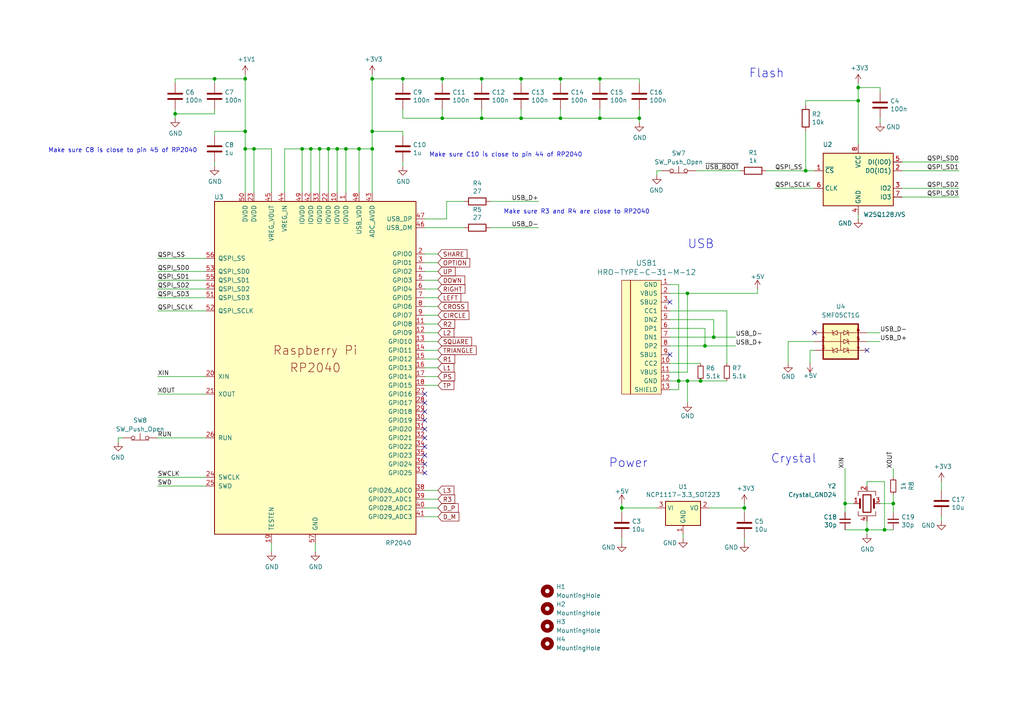
<source format=kicad_sch>
(kicad_sch (version 20230121) (generator eeschema)
  (paper "A4")
  (lib_symbols
    (symbol "Connector:USB_A" (pin_names (offset 1.016))
      (property "Reference" "J" (at -5.08 11.43 0))
      (property "Value" "USB_A" (at -5.08 8.89 0))
      (symbol "USB_A_1_1"
        (pin power_in line (at 7.62 5.08 180) (length 2.54) (name "VBUS") (number "1"))
        (pin bidirectional line (at 7.62 -2.54 180) (length 2.54) (name "D-") (number "2"))
        (pin bidirectional line (at 7.62 0 180) (length 2.54) (name "D+") (number "3"))
        (pin power_in line (at 0 -10.16 90) (length 2.54) (name "GND") (number "4"))
        (pin passive line (at -2.54 -10.16 90) (length 2.54) (name "Shield") (number "5"))
      )
    )
    (symbol "Device:C" (pin_numbers hide) (pin_names (offset 0.254))
      (property "Reference" "C" (at 0.635 2.54 0))
      (property "Value" "C" (at 0.635 -2.54 0))
      (symbol "C_1_1"
        (pin passive line (at 0 3.81 270) (length 2.794) (name "~") (number "1"))
        (pin passive line (at 0 -3.81 90) (length 2.794) (name "~") (number "2"))
      )
    )
    (symbol "Device:C_Small" (pin_numbers hide) (pin_names (offset 0.254) hide)
      (property "Reference" "C" (at 0.254 1.778 0))
      (property "Value" "C_Small" (at 0.254 -2.032 0))
      (symbol "C_Small_1_1"
        (pin passive line (at 0 2.54 270) (length 2.032) (name "~") (number "1"))
        (pin passive line (at 0 -2.54 90) (length 2.032) (name "~") (number "2"))
      )
    )
    (symbol "Device:Crystal_GND24" (pin_names (offset 1.016) hide)
      (property "Reference" "Y" (at 3.175 5.08 0))
      (property "Value" "Crystal_GND24" (at 3.175 3.175 0))
      (symbol "Crystal_GND24_1_1"
        (pin passive line (at -3.81 0 0) (length 1.27) (name "1") (number "1"))
        (pin passive line (at 0 5.08 270) (length 1.27) (name "2") (number "2"))
        (pin passive line (at 3.81 0 180) (length 1.27) (name "3") (number "3"))
        (pin passive line (at 0 -5.08 90) (length 1.27) (name "4") (number "4"))
      )
    )
    (symbol "Device:R" (pin_numbers hide) (pin_names (offset 0))
      (property "Reference" "R" (at 2.032 0 90))
      (property "Value" "R" (at 0 0 90))
      (symbol "R_1_1"
        (pin passive line (at 0 3.81 270) (length 1.27) (name "~") (number "1"))
        (pin passive line (at 0 -3.81 90) (length 1.27) (name "~") (number "2"))
      )
    )
    (symbol "Device:R_Small" (pin_numbers hide) (pin_names (offset 0.254) hide)
      (property "Reference" "R" (at 0.762 0.508 0))
      (property "Value" "R_Small" (at 0.762 -1.016 0))
      (symbol "R_Small_1_1"
        (pin passive line (at 0 2.54 270) (length 0.762) (name "~") (number "1"))
        (pin passive line (at 0 -2.54 90) (length 0.762) (name "~") (number "2"))
      )
    )
    (symbol "MCU_RaspberryPi_RP2040:RP2040" (pin_names (offset 1.016))
      (property "Reference" "U" (at -29.21 49.53 0))
      (property "Value" "RP2040" (at 24.13 -49.53 0))
      (symbol "RP2040_0_0"
        (text "Raspberry Pi" (at 0 5.08 0) (effects (font (size 2.54 2.54))))
        (text "RP2040" (at 0 0 0) (effects (font (size 2.54 2.54))))
      )
      (symbol "RP2040_1_1"
        (pin power_in line (at 8.89 50.8 270) (length 2.54) (name "IOVDD") (number "1"))
        (pin power_in line (at 6.35 50.8 270) (length 2.54) (name "IOVDD") (number "10"))
        (pin bidirectional line (at 31.75 12.7 180) (length 2.54) (name "GPIO8") (number "11"))
        (pin bidirectional line (at 31.75 10.16 180) (length 2.54) (name "GPIO9") (number "12"))
        (pin bidirectional line (at 31.75 7.62 180) (length 2.54) (name "GPIO10") (number "13"))
        (pin bidirectional line (at 31.75 5.08 180) (length 2.54) (name "GPIO11") (number "14"))
        (pin bidirectional line (at 31.75 2.54 180) (length 2.54) (name "GPIO12") (number "15"))
        (pin bidirectional line (at 31.75 0 180) (length 2.54) (name "GPIO13") (number "16"))
        (pin bidirectional line (at 31.75 -2.54 180) (length 2.54) (name "GPIO14") (number "17"))
        (pin bidirectional line (at 31.75 -5.08 180) (length 2.54) (name "GPIO15") (number "18"))
        (pin passive line (at -12.7 -50.8 90) (length 2.54) (name "TESTEN") (number "19"))
        (pin bidirectional line (at 31.75 33.02 180) (length 2.54) (name "GPIO0") (number "2"))
        (pin input line (at -31.75 -2.54 0) (length 2.54) (name "XIN") (number "20"))
        (pin passive line (at -31.75 -7.62 0) (length 2.54) (name "XOUT") (number "21"))
        (pin power_in line (at 3.81 50.8 270) (length 2.54) (name "IOVDD") (number "22"))
        (pin power_in line (at -17.78 50.8 270) (length 2.54) (name "DVDD") (number "23"))
        (pin output line (at -31.75 -31.75 0) (length 2.54) (name "SWCLK") (number "24"))
        (pin bidirectional line (at -31.75 -34.29 0) (length 2.54) (name "SWD") (number "25"))
        (pin input line (at -31.75 -20.32 0) (length 2.54) (name "RUN") (number "26"))
        (pin bidirectional line (at 31.75 -7.62 180) (length 2.54) (name "GPIO16") (number "27"))
        (pin bidirectional line (at 31.75 -10.16 180) (length 2.54) (name "GPIO17") (number "28"))
        (pin bidirectional line (at 31.75 -12.7 180) (length 2.54) (name "GPIO18") (number "29"))
        (pin bidirectional line (at 31.75 30.48 180) (length 2.54) (name "GPIO1") (number "3"))
        (pin bidirectional line (at 31.75 -15.24 180) (length 2.54) (name "GPIO19") (number "30"))
        (pin bidirectional line (at 31.75 -17.78 180) (length 2.54) (name "GPIO20") (number "31"))
        (pin bidirectional line (at 31.75 -20.32 180) (length 2.54) (name "GPIO21") (number "32"))
        (pin power_in line (at 1.27 50.8 270) (length 2.54) (name "IOVDD") (number "33"))
        (pin bidirectional line (at 31.75 -22.86 180) (length 2.54) (name "GPIO22") (number "34"))
        (pin bidirectional line (at 31.75 -25.4 180) (length 2.54) (name "GPIO23") (number "35"))
        (pin bidirectional line (at 31.75 -27.94 180) (length 2.54) (name "GPIO24") (number "36"))
        (pin bidirectional line (at 31.75 -30.48 180) (length 2.54) (name "GPIO25") (number "37"))
        (pin bidirectional line (at 31.75 -35.56 180) (length 2.54) (name "GPIO26_ADC0") (number "38"))
        (pin bidirectional line (at 31.75 -38.1 180) (length 2.54) (name "GPIO27_ADC1") (number "39"))
        (pin bidirectional line (at 31.75 27.94 180) (length 2.54) (name "GPIO2") (number "4"))
        (pin bidirectional line (at 31.75 -40.64 180) (length 2.54) (name "GPIO28_ADC2") (number "40"))
        (pin bidirectional line (at 31.75 -43.18 180) (length 2.54) (name "GPIO29_ADC3") (number "41"))
        (pin power_in line (at -1.27 50.8 270) (length 2.54) (name "IOVDD") (number "42"))
        (pin power_in line (at 16.51 50.8 270) (length 2.54) (name "ADC_AVDD") (number "43"))
        (pin power_in line (at -8.89 50.8 270) (length 2.54) (name "VREG_IN") (number "44"))
        (pin power_out line (at -12.7 50.8 270) (length 2.54) (name "VREG_VOUT") (number "45"))
        (pin bidirectional line (at 31.75 40.64 180) (length 2.54) (name "USB_DM") (number "46"))
        (pin bidirectional line (at 31.75 43.18 180) (length 2.54) (name "USB_DP") (number "47"))
        (pin power_in line (at 12.7 50.8 270) (length 2.54) (name "USB_VDD") (number "48"))
        (pin power_in line (at -3.81 50.8 270) (length 2.54) (name "IOVDD") (number "49"))
        (pin bidirectional line (at 31.75 25.4 180) (length 2.54) (name "GPIO3") (number "5"))
        (pin power_in line (at -20.32 50.8 270) (length 2.54) (name "DVDD") (number "50"))
        (pin bidirectional line (at -31.75 20.32 0) (length 2.54) (name "QSPI_SD3") (number "51"))
        (pin output line (at -31.75 16.51 0) (length 2.54) (name "QSPI_SCLK") (number "52"))
        (pin bidirectional line (at -31.75 27.94 0) (length 2.54) (name "QSPI_SD0") (number "53"))
        (pin bidirectional line (at -31.75 22.86 0) (length 2.54) (name "QSPI_SD2") (number "54"))
        (pin bidirectional line (at -31.75 25.4 0) (length 2.54) (name "QSPI_SD1") (number "55"))
        (pin bidirectional line (at -31.75 31.75 0) (length 2.54) (name "QSPI_SS") (number "56"))
        (pin power_in line (at 0 -50.8 90) (length 2.54) (name "GND") (number "57"))
        (pin bidirectional line (at 31.75 22.86 180) (length 2.54) (name "GPIO4") (number "6"))
        (pin bidirectional line (at 31.75 20.32 180) (length 2.54) (name "GPIO5") (number "7"))
        (pin bidirectional line (at 31.75 17.78 180) (length 2.54) (name "GPIO6") (number "8"))
        (pin bidirectional line (at 31.75 15.24 180) (length 2.54) (name "GPIO7") (number "9"))
      )
    )
    (symbol "Mechanical:MountingHole" (pin_names (offset 1.016))
      (property "Reference" "H" (at 0 5.08 0))
      (property "Value" "MountingHole" (at 0 3.175 0))
    )
    (symbol "RP2040_minimal-rescue:W25Q128JVS-Memory_Flash"
      (property "Reference" "U" (at -8.89 8.89 0))
      (property "Value" "Memory_Flash_W25Q128JVS" (at 7.62 8.89 0))
      (symbol "W25Q128JVS-Memory_Flash_1_1"
        (pin input line (at -12.7 2.54 0) (length 2.54) (name "~{CS}") (number "1"))
        (pin bidirectional line (at 12.7 2.54 180) (length 2.54) (name "DO(IO1)") (number "2"))
        (pin bidirectional line (at 12.7 -2.54 180) (length 2.54) (name "IO2") (number "3"))
        (pin power_in line (at 0 -10.16 90) (length 2.54) (name "GND") (number "4"))
        (pin bidirectional line (at 12.7 5.08 180) (length 2.54) (name "DI(IO0)") (number "5"))
        (pin input line (at -12.7 -2.54 0) (length 2.54) (name "CLK") (number "6"))
        (pin bidirectional line (at 12.7 -5.08 180) (length 2.54) (name "IO3") (number "7"))
        (pin power_in line (at 0 10.16 270) (length 2.54) (name "VCC") (number "8"))
      )
    )
    (symbol "Regulator_Linear:NCP1117-3.3_SOT223"
      (property "Reference" "U" (at -3.81 3.175 0))
      (property "Value" "NCP1117-3.3_SOT223" (at 0 3.175 0))
      (symbol "NCP1117-3.3_SOT223_1_1"
        (pin power_in line (at 0 -7.62 90) (length 2.54) (name "GND") (number "1"))
        (pin power_out line (at 7.62 0 180) (length 2.54) (name "VO") (number "2"))
        (pin power_in line (at -7.62 0 0) (length 2.54) (name "VI") (number "3"))
      )
    )
    (symbol "SMF05CT1G:SMF05CT1G" (pin_names (offset 1.016))
      (property "Reference" "U" (at -5.1114 6.0907 0))
      (property "Value" "SMF05CT1G" (at -5.1118 -9.0963 0))
      (symbol "SMF05CT1G_0_0"
        (pin passive line (at -7.62 2.54 0) (length 5.08) (name "~") (number "1"))
        (pin passive line (at -7.62 0 0) (length 5.08) (name "~") (number "2"))
        (pin passive line (at -7.62 -2.54 0) (length 5.08) (name "~") (number "3"))
        (pin passive line (at 7.62 -2.54 180) (length 5.08) (name "~") (number "4"))
        (pin passive line (at 7.62 0 180) (length 5.08) (name "~") (number "5"))
        (pin passive line (at 7.62 2.54 180) (length 5.08) (name "~") (number "6"))
      )
    )
    (symbol "Switch:SW_Push_Open" (pin_numbers hide) (pin_names (offset 1.016) hide)
      (property "Reference" "SW" (at 0 2.54 0))
      (property "Value" "SW_Push_Open" (at 0 -1.905 0))
      (symbol "SW_Push_Open_0_1"
        (pin passive line (at -5.08 0 0) (length 2.54) (name "A") (number "1"))
      )
      (symbol "SW_Push_Open_1_1"
        (pin passive line (at 5.08 0 180) (length 2.54) (name "B") (number "2"))
      )
    )
    (symbol "Type-C:HRO-TYPE-C-31-M-12" (pin_names (offset 1.016))
      (property "Reference" "USB" (at -5.08 16.51 0))
      (property "Value" "HRO-TYPE-C-31-M-12" (at -10.16 -1.27 90))
      (symbol "HRO-TYPE-C-31-M-12_1_1"
        (pin input line (at 2.54 13.97 180) (length 2.54) (name "GND") (number "1"))
        (pin input line (at 2.54 -8.89 180) (length 2.54) (name "CC2") (number "10"))
        (pin input line (at 2.54 -11.43 180) (length 2.54) (name "VBUS") (number "11"))
        (pin input line (at 2.54 -13.97 180) (length 2.54) (name "GND") (number "12"))
        (pin input line (at 2.54 -16.51 180) (length 2.54) (name "SHIELD") (number "13"))
        (pin input line (at 2.54 11.43 180) (length 2.54) (name "VBUS") (number "2"))
        (pin input line (at 2.54 8.89 180) (length 2.54) (name "SBU2") (number "3"))
        (pin input line (at 2.54 6.35 180) (length 2.54) (name "CC1") (number "4"))
        (pin input line (at 2.54 3.81 180) (length 2.54) (name "DN2") (number "5"))
        (pin input line (at 2.54 1.27 180) (length 2.54) (name "DP1") (number "6"))
        (pin input line (at 2.54 -1.27 180) (length 2.54) (name "DN1") (number "7"))
        (pin input line (at 2.54 -3.81 180) (length 2.54) (name "DP2") (number "8"))
        (pin input line (at 2.54 -6.35 180) (length 2.54) (name "SBU1") (number "9"))
      )
    )
    (symbol "power:+1V1" (power) (pin_names (offset 0))
      (property "Value" "+1V1" (at 0 3.556 0))
      (symbol "+1V1_1_1"
        (pin power_in line (at 0 0 90) (length 0) hide (name "+1V1") (number "1"))
      )
    )
    (symbol "power:+3V3" (power) (pin_names (offset 0))
      (property "Value" "+3V3" (at 0 3.556 0))
      (symbol "+3V3_1_1"
        (pin power_in line (at 0 0 90) (length 0) hide (name "+3V3") (number "1"))
      )
    )
    (symbol "power:+5V" (power) (pin_names (offset 0))
      (property "Value" "+5V" (at 0 3.556 0))
      (symbol "+5V_1_1"
        (pin power_in line (at 0 0 90) (length 0) hide (name "+5V") (number "1"))
      )
    )
    (symbol "power:GND" (power) (pin_names (offset 0))
      (property "Value" "GND" (at 0 -3.81 0))
      (symbol "GND_1_1"
        (pin power_in line (at 0 0 270) (length 0) hide (name "GND") (number "1"))
      )
    )
  )
  (junction (at 128.27 22.86))
  (junction (at -30.48 218.44))
  (junction (at 204.47 100.33))
  (junction (at 71.12 43.18))
  (junction (at 151.13 22.86))
  (junction (at 215.9 147.32))
  (junction (at 104.14 43.18))
  (junction (at 173.99 22.86))
  (junction (at 196.85 110.49))
  (junction (at 139.7 34.29))
  (junction (at 107.95 22.86))
  (junction (at -30.48 199.39))
  (junction (at -46.99 166.37))
  (junction (at 139.7 22.86))
  (junction (at 203.2 110.49))
  (junction (at 173.99 34.29))
  (junction (at -30.48 228.6))
  (junction (at 248.92 29.21))
  (junction (at 245.11 146.05))
  (junction (at 100.33 43.18))
  (junction (at 97.79 43.18))
  (junction (at 95.25 43.18))
  (junction (at 116.84 22.86))
  (junction (at 71.12 38.1))
  (junction (at 207.01 97.79))
  (junction (at 259.08 146.05))
  (junction (at 248.92 25.4))
  (junction (at 128.27 34.29))
  (junction (at -30.48 209.55))
  (junction (at -30.48 238.76))
  (junction (at 90.17 43.18))
  (junction (at 199.39 110.49))
  (junction (at 107.95 43.18))
  (junction (at 233.68 49.53))
  (junction (at 151.13 34.29))
  (junction (at 162.56 34.29))
  (junction (at 180.34 147.32))
  (junction (at 251.46 153.67))
  (junction (at 199.39 85.09))
  (junction (at 92.71 43.18))
  (junction (at 256.54 153.67))
  (junction (at 73.66 43.18))
  (junction (at 87.63 43.18))
  (junction (at 50.8 33.02))
  (junction (at 107.95 38.1))
  (junction (at 62.23 22.86))
  (junction (at 71.12 22.86))
  (junction (at 185.42 34.29))
  (junction (at 162.56 22.86))
  (no_connect (at 123.19 114.3))
  (no_connect (at 123.19 134.62))
  (no_connect (at 123.19 137.16))
  (no_connect (at 123.19 132.08))
  (no_connect (at 236.22 96.52))
  (no_connect (at 123.19 129.54))
  (no_connect (at 194.31 102.87))
  (no_connect (at 123.19 119.38))
  (no_connect (at 251.46 101.6))
  (no_connect (at 123.19 116.84))
  (no_connect (at 123.19 121.92))
  (no_connect (at 123.19 124.46))
  (no_connect (at 123.19 127))
  (no_connect (at 194.31 87.63))
  (wire (pts (xy 255.27 26.67) (xy 255.27 25.4)))
  (wire (pts (xy 127 109.22) (xy 123.19 109.22)))
  (wire (pts (xy 127 149.86) (xy 123.19 149.86)))
  (wire (pts (xy 90.17 55.88) (xy 90.17 43.18)))
  (wire (pts (xy 259.08 153.67) (xy 256.54 153.67)))
  (wire (pts (xy 180.34 148.59) (xy 180.34 147.32)))
  (wire (pts (xy 45.72 74.93) (xy 59.69 74.93)))
  (wire (pts (xy -50.8 199.39) (xy -45.72 199.39)))
  (wire (pts (xy 127 86.36) (xy 123.19 86.36)))
  (wire (pts (xy 198.12 154.94) (xy 198.12 156.21)))
  (wire (pts (xy 127 96.52) (xy 123.19 96.52)))
  (wire (pts (xy 251.46 140.97) (xy 251.46 139.7)))
  (wire (pts (xy 107.95 38.1) (xy 107.95 43.18)))
  (wire (pts (xy 34.29 127) (xy 35.56 127)))
  (wire (pts (xy 127 91.44) (xy 123.19 91.44)))
  (wire (pts (xy 151.13 34.29) (xy 139.7 34.29)))
  (wire (pts (xy 127 111.76) (xy 123.19 111.76)))
  (wire (pts (xy 162.56 22.86) (xy 173.99 22.86)))
  (wire (pts (xy 201.93 49.53) (xy 214.63 49.53)))
  (wire (pts (xy 245.11 135.89) (xy 245.11 146.05)))
  (wire (pts (xy 50.8 22.86) (xy 62.23 22.86)))
  (wire (pts (xy 248.92 25.4) (xy 248.92 29.21)))
  (wire (pts (xy 129.54 58.42) (xy 129.54 63.5)))
  (wire (pts (xy 190.5 49.53) (xy 190.5 50.8)))
  (wire (pts (xy 259.08 146.05) (xy 259.08 148.59)))
  (wire (pts (xy -35.56 209.55) (xy -30.48 209.55)))
  (wire (pts (xy 199.39 107.95) (xy 194.31 107.95)))
  (wire (pts (xy 95.25 55.88) (xy 95.25 43.18)))
  (wire (pts (xy -50.8 190.5) (xy -45.72 190.5)))
  (wire (pts (xy 95.25 43.18) (xy 97.79 43.18)))
  (wire (pts (xy 215.9 148.59) (xy 215.9 147.32)))
  (wire (pts (xy 255.27 146.05) (xy 259.08 146.05)))
  (wire (pts (xy 234.95 101.6) (xy 234.95 105.41)))
  (wire (pts (xy 107.95 22.86) (xy 107.95 38.1)))
  (wire (pts (xy 194.31 113.03) (xy 196.85 113.03)))
  (wire (pts (xy 190.5 147.32) (xy 180.34 147.32)))
  (wire (pts (xy 180.34 156.21) (xy 180.34 157.48)))
  (wire (pts (xy 204.47 100.33) (xy 213.36 100.33)))
  (wire (pts (xy -35.56 218.44) (xy -30.48 218.44)))
  (wire (pts (xy 185.42 34.29) (xy 185.42 35.56)))
  (wire (pts (xy 127 99.06) (xy 123.19 99.06)))
  (wire (pts (xy 228.6 105.41) (xy 228.6 99.06)))
  (wire (pts (xy 255.27 34.29) (xy 255.27 35.56)))
  (wire (pts (xy 222.25 49.53) (xy 233.68 49.53)))
  (wire (pts (xy 210.82 110.49) (xy 203.2 110.49)))
  (wire (pts (xy 45.72 81.28) (xy 59.69 81.28)))
  (wire (pts (xy -50.8 238.76) (xy -45.72 238.76)))
  (wire (pts (xy 62.23 39.37) (xy 62.23 38.1)))
  (wire (pts (xy 127 101.6) (xy 123.19 101.6)))
  (wire (pts (xy 127 144.78) (xy 123.19 144.78)))
  (wire (pts (xy 194.31 92.71) (xy 207.01 92.71)))
  (wire (pts (xy 251.46 153.67) (xy 251.46 154.94)))
  (wire (pts (xy 107.95 38.1) (xy 116.84 38.1)))
  (wire (pts (xy 123.19 63.5) (xy 129.54 63.5)))
  (wire (pts (xy 173.99 34.29) (xy 162.56 34.29)))
  (wire (pts (xy 87.63 43.18) (xy 90.17 43.18)))
  (wire (pts (xy 234.95 101.6) (xy 236.22 101.6)))
  (wire (pts (xy 185.42 24.13) (xy 185.42 22.86)))
  (wire (pts (xy 59.69 127) (xy 45.72 127)))
  (wire (pts (xy 62.23 24.13) (xy 62.23 22.86)))
  (wire (pts (xy 248.92 24.13) (xy 248.92 25.4)))
  (wire (pts (xy 59.69 114.3) (xy 45.72 114.3)))
  (wire (pts (xy 247.65 146.05) (xy 245.11 146.05)))
  (wire (pts (xy 199.39 116.84) (xy 199.39 110.49)))
  (wire (pts (xy 199.39 110.49) (xy 203.2 110.49)))
  (wire (pts (xy 127 73.66) (xy 123.19 73.66)))
  (wire (pts (xy 233.68 30.48) (xy 233.68 29.21)))
  (wire (pts (xy -30.48 238.76) (xy -30.48 240.03)))
  (wire (pts (xy 116.84 24.13) (xy 116.84 22.86)))
  (wire (pts (xy 196.85 110.49) (xy 196.85 113.03)))
  (wire (pts (xy 259.08 138.43) (xy 259.08 135.89)))
  (wire (pts (xy 71.12 38.1) (xy 71.12 43.18)))
  (wire (pts (xy -30.48 199.39) (xy -30.48 209.55)))
  (wire (pts (xy 128.27 22.86) (xy 139.7 22.86)))
  (wire (pts (xy 62.23 22.86) (xy 71.12 22.86)))
  (wire (pts (xy 251.46 96.52) (xy 255.27 96.52)))
  (wire (pts (xy 185.42 31.75) (xy 185.42 34.29)))
  (wire (pts (xy 228.6 99.06) (xy 236.22 99.06)))
  (wire (pts (xy 107.95 43.18) (xy 107.95 55.88)))
  (wire (pts (xy 45.72 109.22) (xy 59.69 109.22)))
  (wire (pts (xy 71.12 22.86) (xy 71.12 38.1)))
  (wire (pts (xy 215.9 156.21) (xy 215.9 157.48)))
  (wire (pts (xy -46.99 166.37) (xy -46.99 170.18)))
  (wire (pts (xy 199.39 85.09) (xy 199.39 107.95)))
  (wire (pts (xy 194.31 95.25) (xy 204.47 95.25)))
  (wire (pts (xy 210.82 90.17) (xy 210.82 105.41)))
  (wire (pts (xy 261.62 49.53) (xy 278.13 49.53)))
  (wire (pts (xy -39.37 156.21) (xy -35.56 156.21)))
  (wire (pts (xy -35.56 199.39) (xy -30.48 199.39)))
  (wire (pts (xy 127 88.9) (xy 123.19 88.9)))
  (wire (pts (xy 194.31 85.09) (xy 199.39 85.09)))
  (wire (pts (xy -49.53 166.37) (xy -46.99 166.37)))
  (wire (pts (xy 129.54 58.42) (xy 134.62 58.42)))
  (wire (pts (xy 196.85 82.55) (xy 196.85 110.49)))
  (wire (pts (xy 50.8 33.02) (xy 62.23 33.02)))
  (wire (pts (xy 82.55 43.18) (xy 87.63 43.18)))
  (wire (pts (xy 50.8 33.02) (xy 50.8 34.29)))
  (wire (pts (xy 233.68 38.1) (xy 233.68 49.53)))
  (wire (pts (xy 204.47 95.25) (xy 204.47 100.33)))
  (wire (pts (xy 97.79 55.88) (xy 97.79 43.18)))
  (wire (pts (xy -35.56 190.5) (xy -30.48 190.5)))
  (wire (pts (xy 219.71 85.09) (xy 219.71 83.82)))
  (wire (pts (xy -30.48 228.6) (xy -30.48 238.76)))
  (wire (pts (xy 59.69 90.17) (xy 45.72 90.17)))
  (wire (pts (xy 194.31 110.49) (xy 196.85 110.49)))
  (wire (pts (xy 78.74 43.18) (xy 73.66 43.18)))
  (wire (pts (xy 128.27 24.13) (xy 128.27 22.86)))
  (wire (pts (xy 128.27 31.75) (xy 128.27 34.29)))
  (wire (pts (xy 273.05 149.86) (xy 273.05 151.13)))
  (wire (pts (xy 62.23 46.99) (xy 62.23 48.26)))
  (wire (pts (xy 162.56 31.75) (xy 162.56 34.29)))
  (wire (pts (xy 45.72 78.74) (xy 59.69 78.74)))
  (wire (pts (xy 255.27 25.4) (xy 248.92 25.4)))
  (wire (pts (xy 107.95 22.86) (xy 116.84 22.86)))
  (wire (pts (xy 45.72 138.43) (xy 59.69 138.43)))
  (wire (pts (xy 139.7 31.75) (xy 139.7 34.29)))
  (wire (pts (xy 100.33 43.18) (xy 100.33 55.88)))
  (wire (pts (xy 116.84 22.86) (xy 128.27 22.86)))
  (wire (pts (xy 91.44 157.48) (xy 91.44 160.02)))
  (wire (pts (xy 104.14 55.88) (xy 104.14 43.18)))
  (wire (pts (xy 194.31 90.17) (xy 210.82 90.17)))
  (wire (pts (xy 173.99 22.86) (xy 185.42 22.86)))
  (wire (pts (xy 207.01 97.79) (xy 213.36 97.79)))
  (wire (pts (xy 139.7 34.29) (xy 128.27 34.29)))
  (wire (pts (xy -49.53 163.83) (xy -49.53 166.37)))
  (wire (pts (xy -50.8 218.44) (xy -45.72 218.44)))
  (wire (pts (xy 73.66 43.18) (xy 71.12 43.18)))
  (wire (pts (xy -35.56 238.76) (xy -30.48 238.76)))
  (wire (pts (xy 100.33 43.18) (xy 104.14 43.18)))
  (wire (pts (xy 45.72 83.82) (xy 59.69 83.82)))
  (wire (pts (xy -30.48 209.55) (xy -30.48 218.44)))
  (wire (pts (xy 191.77 49.53) (xy 190.5 49.53)))
  (wire (pts (xy 123.19 66.04) (xy 134.62 66.04)))
  (wire (pts (xy 107.95 21.59) (xy 107.95 22.86)))
  (wire (pts (xy 194.31 82.55) (xy 196.85 82.55)))
  (wire (pts (xy 59.69 140.97) (xy 45.72 140.97)))
  (wire (pts (xy 151.13 22.86) (xy 162.56 22.86)))
  (wire (pts (xy 261.62 57.15) (xy 278.13 57.15)))
  (wire (pts (xy 127 78.74) (xy 123.19 78.74)))
  (wire (pts (xy 71.12 43.18) (xy 71.12 55.88)))
  (wire (pts (xy 151.13 31.75) (xy 151.13 34.29)))
  (wire (pts (xy 82.55 55.88) (xy 82.55 43.18)))
  (wire (pts (xy 180.34 146.05) (xy 180.34 147.32)))
  (wire (pts (xy -39.37 153.67) (xy -35.56 153.67)))
  (wire (pts (xy 194.31 97.79) (xy 207.01 97.79)))
  (wire (pts (xy 62.23 38.1) (xy 71.12 38.1)))
  (wire (pts (xy 78.74 55.88) (xy 78.74 43.18)))
  (wire (pts (xy 256.54 139.7) (xy 256.54 153.67)))
  (wire (pts (xy 127 81.28) (xy 123.19 81.28)))
  (wire (pts (xy 173.99 24.13) (xy 173.99 22.86)))
  (wire (pts (xy 194.31 105.41) (xy 203.2 105.41)))
  (wire (pts (xy 196.85 110.49) (xy 199.39 110.49)))
  (wire (pts (xy 194.31 100.33) (xy 204.47 100.33)))
  (wire (pts (xy -50.8 228.6) (xy -45.72 228.6)))
  (wire (pts (xy 127 106.68) (xy 123.19 106.68)))
  (wire (pts (xy 245.11 146.05) (xy 245.11 148.59)))
  (wire (pts (xy 62.23 33.02) (xy 62.23 31.75)))
  (wire (pts (xy 90.17 43.18) (xy 92.71 43.18)))
  (wire (pts (xy -35.56 228.6) (xy -30.48 228.6)))
  (wire (pts (xy 78.74 157.48) (xy 78.74 160.02)))
  (wire (pts (xy 224.79 54.61) (xy 236.22 54.61)))
  (wire (pts (xy 142.24 66.04) (xy 156.21 66.04)))
  (wire (pts (xy 142.24 58.42) (xy 156.21 58.42)))
  (wire (pts (xy 207.01 92.71) (xy 207.01 97.79)))
  (wire (pts (xy 215.9 147.32) (xy 215.9 146.05)))
  (wire (pts (xy 261.62 54.61) (xy 278.13 54.61)))
  (wire (pts (xy 45.72 86.36) (xy 59.69 86.36)))
  (wire (pts (xy -35.56 148.59) (xy -39.37 148.59)))
  (wire (pts (xy 71.12 21.59) (xy 71.12 22.86)))
  (wire (pts (xy 92.71 55.88) (xy 92.71 43.18)))
  (wire (pts (xy 139.7 24.13) (xy 139.7 22.86)))
  (wire (pts (xy -50.8 209.55) (xy -45.72 209.55)))
  (wire (pts (xy 251.46 151.13) (xy 251.46 153.67)))
  (wire (pts (xy 251.46 99.06) (xy 255.27 99.06)))
  (wire (pts (xy 127 142.24) (xy 123.19 142.24)))
  (wire (pts (xy -30.48 190.5) (xy -30.48 199.39)))
  (wire (pts (xy 73.66 55.88) (xy 73.66 43.18)))
  (wire (pts (xy -30.48 218.44) (xy -30.48 228.6)))
  (wire (pts (xy 127 83.82) (xy 123.19 83.82)))
  (wire (pts (xy 248.92 62.23) (xy 248.92 63.5)))
  (wire (pts (xy 127 93.98) (xy 123.19 93.98)))
  (wire (pts (xy 162.56 24.13) (xy 162.56 22.86)))
  (wire (pts (xy 173.99 34.29) (xy 185.42 34.29)))
  (wire (pts (xy 251.46 139.7) (xy 256.54 139.7)))
  (wire (pts (xy 127 147.32) (xy 123.19 147.32)))
  (wire (pts (xy 97.79 43.18) (xy 100.33 43.18)))
  (wire (pts (xy 92.71 43.18) (xy 95.25 43.18)))
  (wire (pts (xy 127 76.2) (xy 123.19 76.2)))
  (wire (pts (xy 128.27 34.29) (xy 116.84 34.29)))
  (wire (pts (xy 116.84 46.99) (xy 116.84 48.26)))
  (wire (pts (xy 139.7 22.86) (xy 151.13 22.86)))
  (wire (pts (xy 248.92 29.21) (xy 248.92 41.91)))
  (wire (pts (xy 151.13 24.13) (xy 151.13 22.86)))
  (wire (pts (xy 261.62 46.99) (xy 278.13 46.99)))
  (wire (pts (xy 104.14 43.18) (xy 107.95 43.18)))
  (wire (pts (xy 34.29 127) (xy 34.29 128.27)))
  (wire (pts (xy 127 104.14) (xy 123.19 104.14)))
  (wire (pts (xy 205.74 147.32) (xy 215.9 147.32)))
  (wire (pts (xy 50.8 31.75) (xy 50.8 33.02)))
  (wire (pts (xy 273.05 139.7) (xy 273.05 142.24)))
  (wire (pts (xy 116.84 39.37) (xy 116.84 38.1)))
  (wire (pts (xy 199.39 85.09) (xy 219.71 85.09)))
  (wire (pts (xy 116.84 31.75) (xy 116.84 34.29)))
  (wire (pts (xy 245.11 153.67) (xy 251.46 153.67)))
  (wire (pts (xy -46.99 163.83) (xy -46.99 166.37)))
  (wire (pts (xy 233.68 29.21) (xy 248.92 29.21)))
  (wire (pts (xy 259.08 146.05) (xy 259.08 143.51)))
  (wire (pts (xy 256.54 153.67) (xy 251.46 153.67)))
  (wire (pts (xy 162.56 34.29) (xy 151.13 34.29)))
  (wire (pts (xy 173.99 31.75) (xy 173.99 34.29)))
  (wire (pts (xy 50.8 24.13) (xy 50.8 22.86)))
  (wire (pts (xy 233.68 49.53) (xy 236.22 49.53)))
  (wire (pts (xy 87.63 55.88) (xy 87.63 43.18)))
  (text "Power" (at 176.53 135.89 0) (effects (font (size 2.54 2.54)) (justify left bottom)))
  (text "Flash" (at 217.17 22.86 0) (effects (font (size 2.54 2.54)) (justify left bottom)))
  (text "USB" (at 199.39 72.39 0) (effects (font (size 2.54 2.54)) (justify left bottom)))
  (text "Make sure C10 is close to pin 44 of RP2040" (at 124.46 45.72 0) (effects (font (size 1.27 1.27)) (justify left bottom)))
  (text "Make sure R3 and R4 are close to RP2040" (at 146.05 62.23 0) (effects (font (size 1.27 1.27)) (justify left bottom)))
  (text "Make sure C8 is close to pin 45 of RP2040" (at 13.97 44.45 0) (effects (font (size 1.27 1.27)) (justify left bottom)))
  (text "Crystal" (at 223.52 134.62 0) (effects (font (size 2.54 2.54)) (justify left bottom)))
  (label "USB_D+" (at 255.27 99.06 0))
  (label "QSPI_SS" (at 224.79 49.53 0))
  (label "QSPI_SD0" (at 45.72 78.74 0))
  (label "QSPI_SD0" (at 278.13 46.99 180))
  (label "QSPI_SCLK" (at 224.79 54.61 0))
  (label "QSPI_SD1" (at 45.72 81.28 0))
  (label "QSPI_SD3" (at 278.13 57.15 180))
  (label "QSPI_SD2" (at 278.13 54.61 180))
  (label "XOUT" (at 45.72 114.3 0))
  (label "USB_D-" (at 156.21 66.04 180))
  (label "USB_D+" (at 156.21 58.42 180))
  (label "XIN" (at 45.72 109.22 0))
  (label "SWD" (at 45.72 140.97 0))
  (label "QSPI_SS" (at 45.72 74.93 0))
  (label "RUN" (at 45.72 127 0))
  (label "USB_D-" (at 255.27 96.52 0))
  (label "QSPI_SD1" (at 278.13 49.53 180))
  (label "QSPI_SD3" (at 45.72 86.36 0))
  (label "USB_D-" (at 213.36 97.79 0))
  (label "XIN" (at 245.11 135.89 90))
  (label "XOUT" (at 259.08 135.89 90))
  (label "QSPI_SD2" (at 45.72 83.82 0))
  (label "~{USB_BOOT}" (at 204.47 49.53 0))
  (label "QSPI_SCLK" (at 45.72 90.17 0))
  (label "USB_D+" (at 213.36 100.33 0))
  (label "SWCLK" (at 45.72 138.43 0))
  (global_label "R3" (shape input) (at 127 144.78 0) (property "Intersheetrefs" "${INTERSHEET_REFS}" (effects hide)))
  (global_label "LEFT" (shape input) (at 127 86.36 0) (property "Intersheetrefs" "${INTERSHEET_REFS}" (effects hide)))
  (global_label "CROSS" (shape input) (at -50.8 199.39 180) (property "Intersheetrefs" "${INTERSHEET_REFS}" (effects hide)))
  (global_label "D_M" (shape input) (at -35.56 156.21 0) (property "Intersheetrefs" "${INTERSHEET_REFS}" (effects hide)))
  (global_label "CIRCLE" (shape input) (at 127 91.44 0) (property "Intersheetrefs" "${INTERSHEET_REFS}" (effects hide)))
  (global_label "CIRCLE" (shape input) (at -50.8 209.55 180) (property "Intersheetrefs" "${INTERSHEET_REFS}" (effects hide)))
  (global_label "D_M" (shape input) (at 127 149.86 0) (property "Intersheetrefs" "${INTERSHEET_REFS}" (effects hide)))
  (global_label "D_P" (shape input) (at -35.56 153.67 0) (property "Intersheetrefs" "${INTERSHEET_REFS}" (effects hide)))
  (global_label "L1" (shape input) (at 127 106.68 0) (property "Intersheetrefs" "${INTERSHEET_REFS}" (effects hide)))
  (global_label "L3" (shape input) (at 127 142.24 0) (property "Intersheetrefs" "${INTERSHEET_REFS}" (effects hide)))
  (global_label "TRIANGLE" (shape input) (at 127 101.6 0) (property "Intersheetrefs" "${INTERSHEET_REFS}" (effects hide)))
  (global_label "TP" (shape input) (at 127 111.76 0) (property "Intersheetrefs" "${INTERSHEET_REFS}" (effects hide)))
  (global_label "L2" (shape input) (at 127 96.52 0) (property "Intersheetrefs" "${INTERSHEET_REFS}" (effects hide)))
  (global_label "SQUARE" (shape input) (at 127 99.06 0) (property "Intersheetrefs" "${INTERSHEET_REFS}" (effects hide)))
  (global_label "DOWN" (shape input) (at 127 81.28 0) (property "Intersheetrefs" "${INTERSHEET_REFS}" (effects hide)))
  (global_label "OPTION" (shape input) (at 127 76.2 0) (property "Intersheetrefs" "${INTERSHEET_REFS}" (effects hide)))
  (global_label "TRIANGLE" (shape input) (at -50.8 228.6 180) (property "Intersheetrefs" "${INTERSHEET_REFS}" (effects hide)))
  (global_label "R2" (shape input) (at -50.8 238.76 180) (property "Intersheetrefs" "${INTERSHEET_REFS}" (effects hide)))
  (global_label "PS" (shape input) (at 127 109.22 0) (property "Intersheetrefs" "${INTERSHEET_REFS}" (effects hide)))
  (global_label "SQUARE" (shape input) (at -50.8 218.44 180) (property "Intersheetrefs" "${INTERSHEET_REFS}" (effects hide)))
  (global_label "OPTION" (shape input) (at -50.8 190.5 180) (property "Intersheetrefs" "${INTERSHEET_REFS}" (effects hide)))
  (global_label "R2" (shape input) (at 127 93.98 0) (property "Intersheetrefs" "${INTERSHEET_REFS}" (effects hide)))
  (global_label "UP" (shape input) (at 127 78.74 0) (property "Intersheetrefs" "${INTERSHEET_REFS}" (effects hide)))
  (global_label "RIGHT" (shape input) (at 127 83.82 0) (property "Intersheetrefs" "${INTERSHEET_REFS}" (effects hide)))
  (global_label "D_P" (shape input) (at 127 147.32 0) (property "Intersheetrefs" "${INTERSHEET_REFS}" (effects hide)))
  (global_label "R1" (shape input) (at 127 104.14 0) (property "Intersheetrefs" "${INTERSHEET_REFS}" (effects hide)))
  (global_label "CROSS" (shape input) (at 127 88.9 0) (property "Intersheetrefs" "${INTERSHEET_REFS}" (effects hide)))
  (global_label "SHARE" (shape input) (at 127 73.66 0) (property "Intersheetrefs" "${INTERSHEET_REFS}" (effects hide)))
  (symbol (lib_id "Device:R") (at 233.68 34.29 0) (unit 1)
    (property "Reference" "R2" (at 235.458 33.1216 0) (effects (justify left)))
    (property "Value" "10k" (at 235.458 35.433 0) (effects (justify left)))
    (property "Footprint" "Capacitor_SMD:C_0402_1005Metric" (effects hide))
    (property "LCSC" "C11616" (effects hide))
  )
  (symbol (lib_id "Switch:SW_Push_Open") (at -40.64 199.39 0) (unit 1)
    (property "Reference" "SW2" (at -40.64 194.31 0))
    (property "Value" "SW_Push_Open" (at -40.64 196.85 0))
    (property "Footprint" "Button_Switch_THT:SW_PUSH_6mm_H13mm" (effects hide))
    (property "LCSC" "C557902" (effects hide))
  )
  (symbol (lib_id "Switch:SW_Push_Open") (at -40.64 190.5 0) (unit 1)
    (property "Reference" "SW1" (at -40.64 185.42 0))
    (property "Value" "SW_Push_Open" (at -40.64 187.96 0))
    (property "Footprint" "Button_Switch_THT:SW_PUSH_6mm_H13mm" (effects hide))
    (property "LCSC" "C557902" (effects hide))
  )
  (symbol (lib_id "Connector:USB_A") (at -46.99 153.67 0) (unit 1)
    (property "Reference" "J1" (at -46.99 140.97 0))
    (property "Value" "USB_A" (at -46.99 143.51 0))
    (property "Footprint" "Connector_USB:USB_A_TE_292303-7_Horizontal" (effects hide))
    (property "Datasheet" " ~" (effects hide))
    (property "LCSC" "C42641" (effects hide))
  )
  (symbol (lib_id "Device:C") (at 173.99 27.94 0) (unit 1)
    (property "Reference" "C15" (at 176.911 26.7716 0) (effects (justify left)))
    (property "Value" "100n" (at 176.911 29.083 0) (effects (justify left)))
    (property "Footprint" "Capacitor_SMD:C_0402_1005Metric" (effects hide))
    (property "LCSC" "C1525" (effects hide))
  )
  (symbol (lib_id "power:GND") (at 50.8 34.29 0) (unit 1)
    (property "Reference" "#PWR018" (effects hide))
    (property "Value" "GND" (at 50.927 38.6842 0))
  )
  (symbol (lib_id "Switch:SW_Push_Open") (at -40.64 218.44 0) (unit 1)
    (property "Reference" "SW4" (at -40.64 213.36 0))
    (property "Value" "SW_Push_Open" (at -40.64 215.9 0))
    (property "Footprint" "Button_Switch_THT:SW_PUSH_6mm_H13mm" (effects hide))
    (property "LCSC" "C557902" (effects hide))
  )
  (symbol (lib_id "power:GND") (at 255.27 35.56 0) (unit 1)
    (property "Reference" "#PWR015" (effects hide))
    (property "Value" "GND" (at 259.08 36.83 0))
  )
  (symbol (lib_id "SMF05CT1G:SMF05CT1G") (at 243.84 99.06 0) (unit 1)
    (property "Reference" "U4" (at 243.84 88.9 0))
    (property "Value" "SMF05CT1G" (at 243.84 91.44 0))
    (property "Footprint" "SOT65P210X110-6N" (effects hide))
    (property "DESCRIPTION" "SMF05C Series 7.2 V 100 W 5-Line Transient Voltage Suppressor Array - SC-88" (effects hide))
    (property "PACKAGE" "SOT-363 ON Semiconductor" (effects hide))
    (property "PRICE" "None" (effects hide))
    (property "STANDARD" "IPC7351B" (effects hide))
    (property "MP" "SMF05CT1G" (effects hide))
    (property "MANUFACTURER" "ON Semiconductor" (effects hide))
    (property "LCSC" "C15879" (effects hide))
  )
  (symbol (lib_id "power:GND") (at 273.05 151.13 0) (unit 1)
    (property "Reference" "#PWR027" (effects hide))
    (property "Value" "GND" (at 269.24 152.4 0))
  )
  (symbol (lib_id "Device:C") (at 128.27 27.94 0) (unit 1)
    (property "Reference" "C11" (at 131.191 26.7716 0) (effects (justify left)))
    (property "Value" "100n" (at 131.191 29.083 0) (effects (justify left)))
    (property "Footprint" "Capacitor_SMD:C_0402_1005Metric" (effects hide))
    (property "LCSC" "C1525" (effects hide))
  )
  (symbol (lib_id "Mechanical:MountingHole") (at 158.75 176.53 0) (unit 1)
    (property "Reference" "H2" (at 161.29 175.26 0) (effects (justify left)))
    (property "Value" "MountingHole" (at 161.29 177.8 0) (effects (justify left)))
    (property "Footprint" "MountingHole:MountingHole_2.2mm_M2" (effects hide))
  )
  (symbol (lib_id "Switch:SW_Push_Open") (at -40.64 209.55 0) (unit 1)
    (property "Reference" "SW3" (at -40.64 204.47 0))
    (property "Value" "SW_Push_Open" (at -40.64 207.01 0))
    (property "Footprint" "Button_Switch_THT:SW_PUSH_6mm_H13mm" (effects hide))
    (property "LCSC" "C557902" (effects hide))
  )
  (symbol (lib_id "Device:C") (at 255.27 30.48 0) (unit 1)
    (property "Reference" "C4" (at 258.191 29.3116 0) (effects (justify left)))
    (property "Value" "100n" (at 258.191 31.623 0) (effects (justify left)))
    (property "Footprint" "Capacitor_SMD:C_0402_1005Metric" (effects hide))
    (property "LCSC" "C1525" (effects hide))
  )
  (symbol (lib_id "power:GND") (at -30.48 240.03 0) (unit 1)
    (property "Reference" "#PWR07" (effects hide))
    (property "Value" "GND" (at -30.48 245.11 0))
  )
  (symbol (lib_id "power:+5V") (at 234.95 105.41 180) (unit 1)
    (property "Reference" "#PWR010" (effects hide))
    (property "Value" "+5V" (at 234.95 108.966 0))
  )
  (symbol (lib_id "Device:R") (at 138.43 66.04 270) (unit 1)
    (property "Reference" "R5" (at 138.43 60.7822 90))
    (property "Value" "27" (at 138.43 63.0936 90))
    (property "Footprint" "Capacitor_SMD:C_0402_1005Metric" (effects hide))
    (property "LCSC" "C25100" (effects hide))
  )
  (symbol (lib_id "power:GND") (at 248.92 63.5 0) (unit 1)
    (property "Reference" "#PWR014" (effects hide))
    (property "Value" "GND" (at 245.11 64.77 0))
  )
  (symbol (lib_id "Device:C_Small") (at 245.11 151.13 0) (mirror x) (unit 1)
    (property "Reference" "C18" (at 242.7732 149.9616 0) (effects (justify right)))
    (property "Value" "30p" (at 242.7732 152.273 0) (effects (justify right)))
    (property "Footprint" "Capacitor_SMD:C_0402_1005Metric" (effects hide))
    (property "LCSC" "C1570" (effects hide))
  )
  (symbol (lib_id "Switch:SW_Push_Open") (at 196.85 49.53 0) (unit 1)
    (property "Reference" "SW7" (at 196.85 44.45 0))
    (property "Value" "SW_Push_Open" (at 196.85 46.99 0))
    (property "Footprint" "Button_Switch_SMD:SW_Tactile_SPST_NO_Straight_CK_PTS636Sx25SMTRLFS" (effects hide))
    (property "LCSC" "C329185" (effects hide))
  )
  (symbol (lib_id "Device:C") (at 215.9 152.4 0) (unit 1)
    (property "Reference" "C5" (at 218.821 151.2316 0) (effects (justify left)))
    (property "Value" "10u" (at 218.821 153.543 0) (effects (justify left)))
    (property "Footprint" "Capacitor_SMD:C_1206_3216Metric" (effects hide))
    (property "LCSC" "C13585" (effects hide))
  )
  (symbol (lib_id "power:+3V3") (at 107.95 21.59 0) (unit 1)
    (property "Reference" "#PWR023" (effects hide))
    (property "Value" "+3V3" (at 108.331 17.1958 0))
  )
  (symbol (lib_id "power:+3V3") (at 273.05 139.7 0) (unit 1)
    (property "Reference" "#PWR026" (effects hide))
    (property "Value" "+3V3" (at 273.431 135.3058 0))
  )
  (symbol (lib_id "power:GND") (at 251.46 154.94 0) (unit 1)
    (property "Reference" "#PWR02" (effects hide))
    (property "Value" "GND" (at 251.587 159.3342 0))
  )
  (symbol (lib_id "Device:C") (at 185.42 27.94 0) (unit 1)
    (property "Reference" "C16" (at 188.341 26.7716 0) (effects (justify left)))
    (property "Value" "100n" (at 188.341 29.083 0) (effects (justify left)))
    (property "Footprint" "Capacitor_SMD:C_0402_1005Metric" (effects hide))
    (property "LCSC" "C1525" (effects hide))
  )
  (symbol (lib_id "power:GND") (at 78.74 160.02 0) (unit 1)
    (property "Reference" "#PWR021" (effects hide))
    (property "Value" "GND" (at 78.867 164.4142 0))
  )
  (symbol (lib_id "power:GND") (at 116.84 48.26 0) (unit 1)
    (property "Reference" "#PWR024" (effects hide))
    (property "Value" "GND" (at 116.967 52.6542 0))
  )
  (symbol (lib_id "Device:R") (at 138.43 58.42 270) (unit 1)
    (property "Reference" "R4" (at 138.43 53.1622 90))
    (property "Value" "27" (at 138.43 55.4736 90))
    (property "Footprint" "Capacitor_SMD:C_0402_1005Metric" (effects hide))
    (property "LCSC" "C25100" (effects hide))
  )
  (symbol (lib_id "Device:C") (at 116.84 27.94 0) (unit 1)
    (property "Reference" "C9" (at 119.761 26.7716 0) (effects (justify left)))
    (property "Value" "100n" (at 119.761 29.083 0) (effects (justify left)))
    (property "Footprint" "Capacitor_SMD:C_0402_1005Metric" (effects hide))
    (property "LCSC" "C1525" (effects hide))
  )
  (symbol (lib_id "Device:R_Small") (at 210.82 107.95 0) (unit 1)
    (property "Reference" "R7" (at 212.3186 106.7816 0) (effects (justify left)))
    (property "Value" "5.1k" (at 212.3186 109.093 0) (effects (justify left)))
    (property "Footprint" "Resistor_SMD:R_0805_2012Metric" (effects hide))
    (property "LCSC" "C144553" (effects hide))
  )
  (symbol (lib_id "power:+1V1") (at 71.12 21.59 0) (unit 1)
    (property "Reference" "#PWR020" (effects hide))
    (property "Value" "+1V1" (at 71.501 17.1958 0))
  )
  (symbol (lib_id "power:GND") (at 228.6 105.41 0) (unit 1)
    (property "Reference" "#PWR028" (effects hide))
    (property "Value" "GND" (at 228.6 109.22 0))
  )
  (symbol (lib_id "power:GND") (at 34.29 128.27 0) (mirror y) (unit 1)
    (property "Reference" "#PWR06" (effects hide))
    (property "Value" "GND" (at 34.163 132.6642 0))
  )
  (symbol (lib_id "Switch:SW_Push_Open") (at 40.64 127 0) (unit 1)
    (property "Reference" "SW8" (at 40.64 121.92 0))
    (property "Value" "SW_Push_Open" (at 40.64 124.46 0))
    (property "Footprint" "Button_Switch_SMD:SW_Tactile_SPST_NO_Straight_CK_PTS636Sx25SMTRLFS" (effects hide))
    (property "LCSC" "C329185" (effects hide))
  )
  (symbol (lib_id "RP2040_minimal-rescue:W25Q128JVS-Memory_Flash") (at 248.92 52.07 0) (unit 1)
    (property "Reference" "U2" (at 240.03 41.91 0))
    (property "Value" "W25Q128JVS" (at 256.54 62.23 0))
    (property "Footprint" "Package_SO:SOIC-8_5.23x5.23mm_P1.27mm" (effects hide))
    (property "Datasheet" "http://www.winbond.com/resource-files/w25q128jv_dtr%20revc%2003272018%20plus.pdf" (effects hide))
    (property "LCSC" "C97521" (effects hide))
  )
  (symbol (lib_id "power:+5V") (at 180.34 146.05 0) (unit 1)
    (property "Reference" "#PWR08" (effects hide))
    (property "Value" "+5V" (at 180.34 142.494 0))
  )
  (symbol (lib_id "power:+5V") (at -35.56 148.59 0) (unit 1)
    (property "Reference" "#PWR01" (effects hide))
    (property "Value" "+5V" (at -35.56 145.034 0))
  )
  (symbol (lib_id "Device:C") (at 151.13 27.94 0) (unit 1)
    (property "Reference" "C13" (at 154.051 26.7716 0) (effects (justify left)))
    (property "Value" "100n" (at 154.051 29.083 0) (effects (justify left)))
    (property "Footprint" "Capacitor_SMD:C_0402_1005Metric" (effects hide))
    (property "LCSC" "C1525" (effects hide))
  )
  (symbol (lib_id "power:+3V3") (at 215.9 146.05 0) (unit 1)
    (property "Reference" "#PWR016" (effects hide))
    (property "Value" "+3V3" (at 216.281 141.6558 0))
  )
  (symbol (lib_id "Regulator_Linear:NCP1117-3.3_SOT223") (at 198.12 147.32 0) (unit 1)
    (property "Reference" "U1" (at 198.12 141.1732 0))
    (property "Value" "NCP1117-3.3_SOT223" (at 198.12 143.4846 0))
    (property "Footprint" "Package_TO_SOT_SMD:SOT-223-3_TabPin2" (effects hide))
    (property "Datasheet" "http://www.onsemi.com/pub_link/Collateral/NCP1117-D.PDF" (effects hide))
    (property "LCSC" "C185806" (effects hide))
  )
  (symbol (lib_id "power:+3V3") (at 248.92 24.13 0) (unit 1)
    (property "Reference" "#PWR013" (effects hide))
    (property "Value" "+3V3" (at 249.301 19.7358 0))
  )
  (symbol (lib_id "Device:C") (at 273.05 146.05 0) (unit 1)
    (property "Reference" "C17" (at 275.971 144.8816 0) (effects (justify left)))
    (property "Value" "10u" (at 275.971 147.193 0) (effects (justify left)))
    (property "Footprint" "Capacitor_SMD:C_0805_2012Metric" (effects hide))
    (property "LCSC" "C1046" (effects hide))
  )
  (symbol (lib_id "power:GND") (at 91.44 160.02 0) (unit 1)
    (property "Reference" "#PWR022" (effects hide))
    (property "Value" "GND" (at 91.567 164.4142 0))
  )
  (symbol (lib_id "Type-C:HRO-TYPE-C-31-M-12") (at 191.77 96.52 0) (unit 1)
    (property "Reference" "USB1" (at 187.5282 76.2762 0) (effects (font (size 1.524 1.524))))
    (property "Value" "HRO-TYPE-C-31-M-12" (at 187.5282 78.9686 0) (effects (font (size 1.524 1.524))))
    (property "Footprint" "Type-C:HRO-TYPE-C-31-M-12-Assembly" (effects hide))
    (property "LCSC" "C165948" (effects hide))
  )
  (symbol (lib_id "Device:Crystal_GND24") (at 251.46 146.05 0) (unit 1)
    (property "Reference" "Y2" (at 240.03 140.97 0) (effects (justify left)))
    (property "Value" "Crystal_GND24" (at 228.6 143.51 0) (effects (justify left)))
    (property "Footprint" "Crystal:Crystal_SMD_3225-4Pin_3.2x2.5mm" (effects hide))
    (property "LCSC" "C9002" (effects hide))
  )
  (symbol (lib_id "Device:C") (at 180.34 152.4 0) (unit 1)
    (property "Reference" "C3" (at 183.261 151.2316 0) (effects (justify left)))
    (property "Value" "10u" (at 183.261 153.543 0) (effects (justify left)))
    (property "Footprint" "Capacitor_SMD:C_1206_3216Metric" (effects hide))
    (property "LCSC" "C13585" (effects hide))
  )
  (symbol (lib_id "Device:C_Small") (at 259.08 151.13 0) (unit 1)
    (property "Reference" "C19" (at 261.4168 149.9616 0) (effects (justify left)))
    (property "Value" "30p" (at 261.4168 152.273 0) (effects (justify left)))
    (property "Footprint" "Capacitor_SMD:C_0402_1005Metric" (effects hide))
    (property "LCSC" "C1046" (effects hide))
  )
  (symbol (lib_id "power:GND") (at 180.34 157.48 0) (unit 1)
    (property "Reference" "#PWR011" (effects hide))
    (property "Value" "GND" (at 176.53 158.75 0))
  )
  (symbol (lib_id "power:GND") (at 199.39 116.84 0) (unit 1)
    (property "Reference" "#PWR05" (effects hide))
    (property "Value" "GND" (at 199.39 120.65 0))
  )
  (symbol (lib_id "MCU_RaspberryPi_RP2040:RP2040") (at 91.44 106.68 0) (unit 1)
    (property "Reference" "U3" (at 63.5 57.15 0))
    (property "Value" "RP2040" (at 115.57 157.48 0))
    (property "Footprint" "RP2040_minimal:RP2040-QFN-56" (effects hide))
    (property "LCSC" "C2040" (effects hide))
  )
  (symbol (lib_id "Switch:SW_Push_Open") (at -40.64 228.6 0) (unit 1)
    (property "Reference" "SW5" (at -40.64 223.52 0))
    (property "Value" "SW_Push_Open" (at -40.64 226.06 0))
    (property "Footprint" "Button_Switch_THT:SW_PUSH_6mm_H13mm" (effects hide))
    (property "LCSC" "C557902" (effects hide))
  )
  (symbol (lib_id "power:GND") (at 198.12 156.21 0) (unit 1)
    (property "Reference" "#PWR012" (effects hide))
    (property "Value" "GND" (at 194.31 157.48 0))
  )
  (symbol (lib_id "Device:C") (at 162.56 27.94 0) (unit 1)
    (property "Reference" "C14" (at 165.481 26.7716 0) (effects (justify left)))
    (property "Value" "100n" (at 165.481 29.083 0) (effects (justify left)))
    (property "Footprint" "Capacitor_SMD:C_0402_1005Metric" (effects hide))
    (property "LCSC" "C1525" (effects hide))
  )
  (symbol (lib_id "power:+5V") (at 219.71 83.82 0) (unit 1)
    (property "Reference" "#PWR09" (effects hide))
    (property "Value" "+5V" (at 219.71 80.264 0))
  )
  (symbol (lib_id "power:GND") (at 62.23 48.26 0) (unit 1)
    (property "Reference" "#PWR019" (effects hide))
    (property "Value" "GND" (at 62.357 52.6542 0))
  )
  (symbol (lib_id "Device:C") (at 116.84 43.18 0) (unit 1)
    (property "Reference" "C10" (at 119.761 42.0116 0) (effects (justify left)))
    (property "Value" "1u" (at 119.761 44.323 0) (effects (justify left)))
    (property "Footprint" "Capacitor_SMD:C_0402_1005Metric" (effects hide))
    (property "LCSC" "C52923" (effects hide))
  )
  (symbol (lib_id "Mechanical:MountingHole") (at 158.75 181.61 0) (unit 1)
    (property "Reference" "H3" (at 161.29 180.34 0) (effects (justify left)))
    (property "Value" "MountingHole" (at 161.29 182.88 0) (effects (justify left)))
    (property "Footprint" "MountingHole:MountingHole_2.2mm_M2" (effects hide))
  )
  (symbol (lib_id "Device:R_Small") (at 203.2 107.95 0) (unit 1)
    (property "Reference" "R6" (at 204.6986 106.7816 0) (effects (justify left)))
    (property "Value" "5.1k" (at 204.6986 109.093 0) (effects (justify left)))
    (property "Footprint" "Resistor_SMD:R_0805_2012Metric" (effects hide))
    (property "LCSC" "C144553" (effects hide))
  )
  (symbol (lib_id "Device:C") (at 62.23 43.18 0) (unit 1)
    (property "Reference" "C8" (at 65.151 42.0116 0) (effects (justify left)))
    (property "Value" "1u" (at 65.151 44.323 0) (effects (justify left)))
    (property "Footprint" "Capacitor_SMD:C_0402_1005Metric" (effects hide))
    (property "LCSC" "C52923" (effects hide))
  )
  (symbol (lib_id "Device:C") (at 62.23 27.94 0) (unit 1)
    (property "Reference" "C7" (at 65.151 26.7716 0) (effects (justify left)))
    (property "Value" "100n" (at 65.151 29.083 0) (effects (justify left)))
    (property "Footprint" "Capacitor_SMD:C_0402_1005Metric" (effects hide))
    (property "LCSC" "C1525" (effects hide))
  )
  (symbol (lib_id "Switch:SW_Push_Open") (at -40.64 238.76 0) (unit 1)
    (property "Reference" "SW6" (at -40.64 233.68 0))
    (property "Value" "SW_Push_Open" (at -40.64 236.22 0))
    (property "Footprint" "Button_Switch_THT:SW_PUSH_6mm_H13mm" (effects hide))
    (property "LCSC" "C557902" (effects hide))
  )
  (symbol (lib_id "power:GND") (at 215.9 157.48 0) (unit 1)
    (property "Reference" "#PWR017" (effects hide))
    (property "Value" "GND" (at 212.09 158.75 0))
  )
  (symbol (lib_id "power:GND") (at 190.5 50.8 0) (mirror y) (unit 1)
    (property "Reference" "#PWR04" (effects hide))
    (property "Value" "GND" (at 190.373 55.1942 0))
  )
  (symbol (lib_id "Mechanical:MountingHole") (at 158.75 171.45 0) (unit 1)
    (property "Reference" "H1" (at 161.29 170.18 0) (effects (justify left)))
    (property "Value" "MountingHole" (at 161.29 172.72 0) (effects (justify left)))
    (property "Footprint" "MountingHole:MountingHole_2.2mm_M2" (effects hide))
  )
  (symbol (lib_id "Device:R_Small") (at 259.08 140.97 180) (unit 1)
    (property "Reference" "R8" (at 264.3378 140.97 90))
    (property "Value" "1k" (at 262.0264 140.97 90))
    (property "Footprint" "Resistor_SMD:R_0402_1005Metric" (effects hide))
    (property "LCSC" "C25100" (effects hide))
  )
  (symbol (lib_id "power:GND") (at 185.42 35.56 0) (unit 1)
    (property "Reference" "#PWR025" (effects hide))
    (property "Value" "GND" (at 185.547 39.9542 0))
  )
  (symbol (lib_id "power:GND") (at -46.99 170.18 0) (unit 1)
    (property "Reference" "#PWR03" (effects hide))
    (property "Value" "GND" (at -46.99 175.26 0))
  )
  (symbol (lib_id "Device:C") (at 50.8 27.94 0) (unit 1)
    (property "Reference" "C6" (at 53.721 26.7716 0) (effects (justify left)))
    (property "Value" "100n" (at 53.721 29.083 0) (effects (justify left)))
    (property "Footprint" "Capacitor_SMD:C_0402_1005Metric" (effects hide))
    (property "LCSC" "C1525" (effects hide))
  )
  (symbol (lib_id "Device:C") (at 139.7 27.94 0) (unit 1)
    (property "Reference" "C12" (at 142.621 26.7716 0) (effects (justify left)))
    (property "Value" "100n" (at 142.621 29.083 0) (effects (justify left)))
    (property "Footprint" "Capacitor_SMD:C_0402_1005Metric" (effects hide))
    (property "LCSC" "C1525" (effects hide))
  )
  (symbol (lib_id "Mechanical:MountingHole") (at 158.75 186.69 0) (unit 1)
    (property "Reference" "H4" (at 161.29 185.42 0) (effects (justify left)))
    (property "Value" "MountingHole" (at 161.29 187.96 0) (effects (justify left)))
    (property "Footprint" "MountingHole:MountingHole_2.2mm_M2" (effects hide))
  )
  (symbol (lib_id "Device:R") (at 218.44 49.53 270) (unit 1)
    (property "Reference" "R1" (at 218.44 44.2722 90))
    (property "Value" "1k" (at 218.44 46.5836 90))
    (property "Footprint" "Capacitor_SMD:C_0402_1005Metric" (effects hide))
    (property "LCSC" "C11702" (effects hide))
  )
)
</source>
